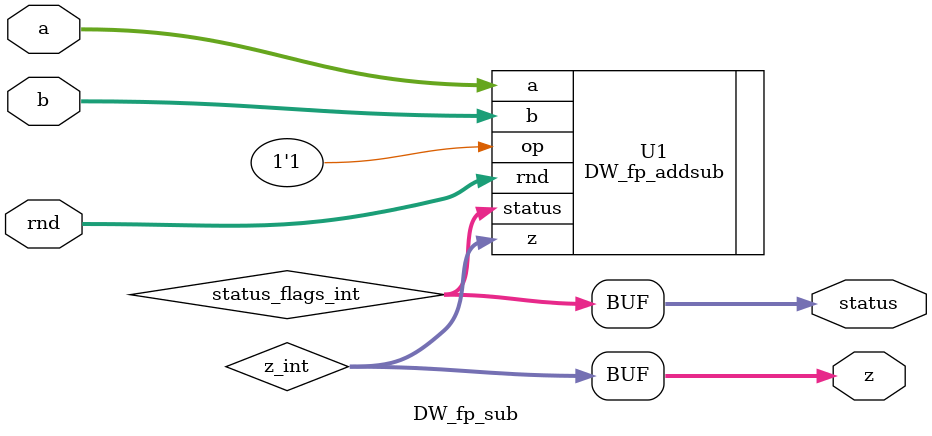
<source format=v>




module DW_fp_sub (

                   a,
                   b,
                   rnd,
                   z,
                   status

    // Embedded dc_shell script
    // _model_constraint_2
);

parameter sig_width    = 23;
parameter exp_width    = 8;
parameter ieee_compliance = 0;

input  [exp_width + sig_width:0] a,b;
input  [2:0] rnd;
output [7:0] status;
output [exp_width + sig_width:0] z;

wire [sig_width+exp_width : 0] z_int;
wire [7 : 0] status_flags_int;
DW_fp_addsub #(sig_width, exp_width, ieee_compliance) U1
     (.a (a),
      .b (b),
      .rnd (rnd),
      .op (1'b1),
      .z (z_int),
      .status (status_flags_int));



assign  z = z_int;
assign status = status_flags_int;         


endmodule

</source>
